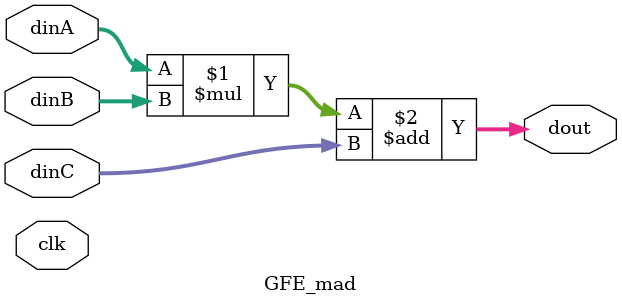
<source format=v>

  module GFE_mad (
  input          clk,
  input  [1: 0] dinA,
  input  [1: 0] dinB,
  input  [1: 0] dinC,
  output [2: 0] dout
);
  assign dout = dinA * dinB + dinC; 
  
endmodule 
// verilator lint_off UNUSEDSIGNAL

</source>
